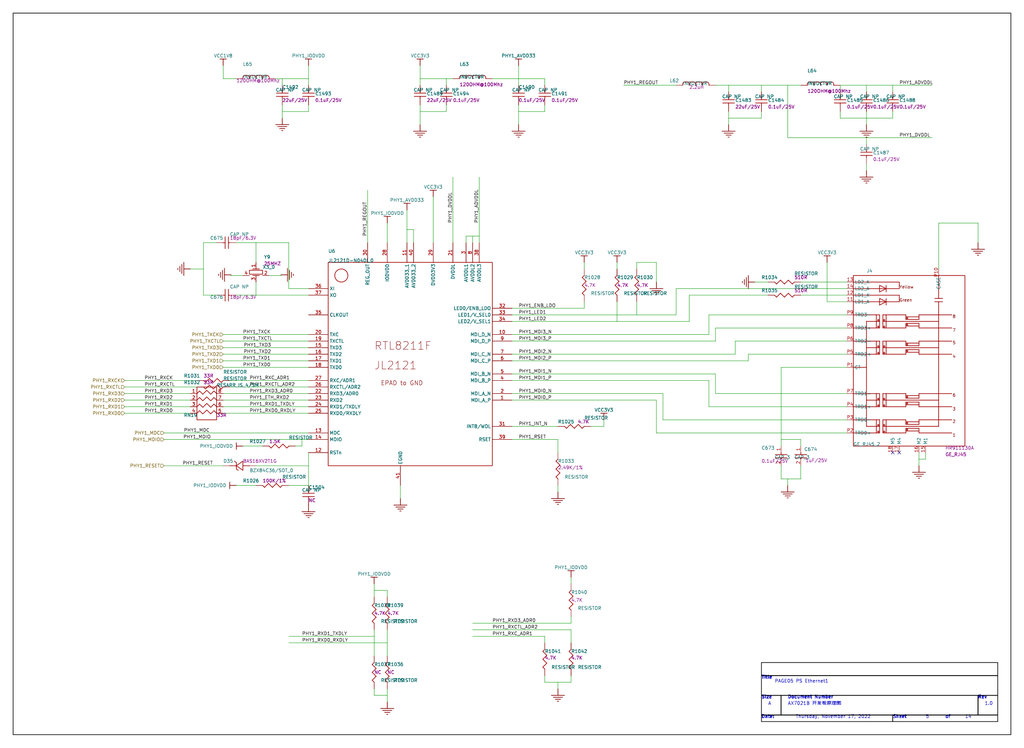
<source format=kicad_sch>
(kicad_sch (version 20231120) (generator "eeschema") (generator_version "8.0")
  (paper "User" 396.24 289.56)
  (title_block (title "PAGE05 PS Ethernet1"))
  (no_connect (at 347.98 175.26))
  (no_connect (at 345.44 175.26))
  (wire (pts (xy 254 101.6) (xy 246.38 101.6)))
  (wire (pts (xy 157.48 93.98) (xy 157.48 88.9)))
  (wire (pts (xy 86.36 160.02) (xy 119.38 160.02)))
  (wire (pts (xy 215.9 190.5) (xy 215.9 187.96)))
  (wire (pts (xy 119.38 175.26) (xy 119.38 180.34)))
  (wire (pts (xy 220.98 264.16) (xy 215.9 264.16)))
  (wire (pts (xy 210.82 30.48) (xy 200.66 30.48)))
  (wire (pts (xy 335.28 45.72) (xy 345.44 45.72)))
  (wire (pts (xy 198.12 137.16) (xy 284.48 137.16)))
  (wire (pts (xy 327.66 116.84) (xy 320.04 116.84)))
  (wire (pts (xy 363.22 86.36) (xy 378.46 86.36)))
  (wire (pts (xy 162.56 43.18) (xy 172.72 43.18)))
  (wire (pts (xy 116.84 172.72) (xy 116.84 170.18)))
  (wire (pts (xy 88.9 147.32) (xy 119.38 147.32)))
  (wire (pts (xy 162.56 30.48) (xy 162.56 25.4)))
  (wire (pts (xy 119.38 30.48) (xy 119.38 33.02)))
  (wire (pts (xy 200.66 48.26) (xy 200.66 43.18)))
  (wire (pts (xy 327.66 114.3) (xy 309.88 114.3)))
  (wire (pts (xy 111.76 246.38) (xy 144.78 246.38)))
  (wire (pts (xy 167.64 93.98) (xy 167.64 76.2)))
  (wire (pts (xy 86.36 132.08) (xy 119.38 132.08)))
  (wire (pts (xy 238.76 116.84) (xy 238.76 124.46)))
  (wire (pts (xy 200.66 30.48) (xy 190.5 30.48)))
  (wire (pts (xy 198.12 147.32) (xy 274.32 147.32)))
  (wire (pts (xy 200.66 30.48) (xy 200.66 25.4)))
  (wire (pts (xy 198.12 152.4) (xy 256.54 152.4)))
  (wire (pts (xy 83.82 93.98) (xy 78.74 93.98)))
  (wire (pts (xy 106.68 30.48) (xy 109.22 30.48)))
  (wire (pts (xy 175.26 68.58) (xy 175.26 93.98)))
  (wire (pts (xy 119.38 43.18) (xy 109.22 43.18)))
  (wire (pts (xy 149.86 269.24) (xy 149.86 266.7)))
  (wire (pts (xy 119.38 180.34) (xy 99.06 180.34)))
  (wire (pts (xy 215.9 175.26) (xy 215.9 170.18)))
  (wire (pts (xy 302.26 185.42) (xy 302.26 180.34)))
  (wire (pts (xy 182.88 91.44) (xy 180.34 91.44)))
  (wire (pts (xy 200.66 33.02) (xy 200.66 30.48)))
  (wire (pts (xy 157.48 88.9) (xy 157.48 81.28)))
  (wire (pts (xy 99.06 187.96) (xy 91.44 187.96)))
  (wire (pts (xy 284.48 132.08) (xy 327.66 132.08)))
  (wire (pts (xy 335.28 53.34) (xy 304.8 53.34)))
  (wire (pts (xy 48.26 160.02) (xy 73.66 160.02)))
  (wire (pts (xy 154.94 193.04) (xy 154.94 187.96)))
  (wire (pts (xy 111.76 93.98) (xy 99.06 93.98)))
  (wire (pts (xy 256.54 162.56) (xy 327.66 162.56)))
  (wire (pts (xy 276.86 132.08) (xy 276.86 127)))
  (wire (pts (xy 363.22 104.14) (xy 363.22 86.36)))
  (wire (pts (xy 309.88 185.42) (xy 304.8 185.42)))
  (wire (pts (xy 198.12 165.1) (xy 215.9 165.1)))
  (wire (pts (xy 104.14 106.68) (xy 108.712 106.68)))
  (wire (pts (xy 345.44 35.56) (xy 345.44 33.02)))
  (wire (pts (xy 48.26 149.86) (xy 76.2 149.86)))
  (wire (pts (xy 256.54 152.4) (xy 256.54 162.56)))
  (wire (pts (xy 88.9 149.86) (xy 119.38 149.86)))
  (wire (pts (xy 276.86 144.78) (xy 276.86 152.4)))
  (wire (pts (xy 198.12 170.18) (xy 215.9 170.18)))
  (wire (pts (xy 226.06 104.14) (xy 226.06 101.6)))
  (wire (pts (xy 119.38 180.34) (xy 119.38 187.96)))
  (wire (pts (xy 261.62 111.76) (xy 327.66 111.76)))
  (wire (pts (xy 182.88 93.98) (xy 182.88 91.44)))
  (wire (pts (xy 182.88 246.38) (xy 210.82 246.38)))
  (wire (pts (xy 345.44 33.02) (xy 360.68 33.02)))
  (wire (pts (xy 144.78 269.24) (xy 149.86 269.24)))
  (wire (pts (xy 358.14 177.8) (xy 358.14 175.26)))
  (wire (pts (xy 294.64 35.56) (xy 294.64 33.02)))
  (wire (pts (xy 274.32 157.48) (xy 327.66 157.48)))
  (wire (pts (xy 284.48 137.16) (xy 284.48 132.08)))
  (wire (pts (xy 246.38 121.92) (xy 261.62 121.92)))
  (wire (pts (xy 86.36 157.48) (xy 119.38 157.48)))
  (wire (pts (xy 86.36 134.62) (xy 119.38 134.62)))
  (wire (pts (xy 302.26 142.24) (xy 327.66 142.24)))
  (wire (pts (xy 302.26 172.72) (xy 302.26 170.18)))
  (wire (pts (xy 63.5 180.34) (xy 86.36 180.34)))
  (wire (pts (xy 320.04 116.84) (xy 320.04 101.6)))
  (wire (pts (xy 99.06 93.98) (xy 99.06 101.6)))
  (wire (pts (xy 48.26 147.32) (xy 76.2 147.32)))
  (wire (pts (xy 180.34 91.44) (xy 180.34 93.98)))
  (wire (pts (xy 78.74 114.3) (xy 78.74 104.14)))
  (wire (pts (xy 355.6 180.34) (xy 355.6 177.8)))
  (wire (pts (xy 325.12 43.18) (xy 325.12 45.72)))
  (wire (pts (xy 289.56 137.16) (xy 327.66 137.16)))
  (wire (pts (xy 304.8 185.42) (xy 302.26 185.42)))
  (wire (pts (xy 101.6 172.72) (xy 93.98 172.72)))
  (wire (pts (xy 172.72 43.18) (xy 172.72 40.64)))
  (wire (pts (xy 185.42 68.58) (xy 185.42 91.44)))
  (wire (pts (xy 149.86 228.6) (xy 144.78 228.6)))
  (wire (pts (xy 246.38 101.6) (xy 246.38 104.14)))
  (wire (pts (xy 119.38 30.48) (xy 119.38 25.4)))
  (wire (pts (xy 335.28 33.02) (xy 325.12 33.02)))
  (wire (pts (xy 309.88 170.18) (xy 302.26 170.18)))
  (wire (pts (xy 108.712 106.68) (xy 108.712 106.426)))
  (wire (pts (xy 162.56 30.48) (xy 172.72 30.48)))
  (wire (pts (xy 294.64 33.02) (xy 281.94 33.02)))
  (wire (pts (xy 309.88 33.02) (xy 304.8 33.02)))
  (wire (pts (xy 198.12 144.78) (xy 276.86 144.78)))
  (wire (pts (xy 254 167.64) (xy 254 154.94)))
  (wire (pts (xy 160.02 88.9) (xy 157.48 88.9)))
  (wire (pts (xy 274.32 129.54) (xy 274.32 121.92)))
  (wire (pts (xy 327.66 167.64) (xy 254 167.64)))
  (wire (pts (xy 215.9 266.7) (xy 215.9 264.16)))
  (wire (pts (xy 302.26 170.18) (xy 302.26 142.24)))
  (wire (pts (xy 144.78 228.6) (xy 144.78 226.06)))
  (wire (pts (xy 99.06 114.3) (xy 91.44 114.3)))
  (wire (pts (xy 86.36 30.48) (xy 86.36 25.4)))
  (wire (pts (xy 274.32 147.32) (xy 274.32 157.48)))
  (wire (pts (xy 198.12 154.94) (xy 254 154.94)))
  (wire (pts (xy 63.5 170.18) (xy 116.84 170.18)))
  (wire (pts (xy 198.12 124.46) (xy 238.76 124.46)))
  (wire (pts (xy 304.8 187.96) (xy 304.8 185.42)))
  (wire (pts (xy 297.18 109.22) (xy 292.1 109.22)))
  (wire (pts (xy 86.36 154.94) (xy 119.38 154.94)))
  (wire (pts (xy 111.76 111.76) (xy 111.76 93.98)))
  (wire (pts (xy 345.44 45.72) (xy 345.44 43.18)))
  (wire (pts (xy 281.94 35.56) (xy 281.94 33.02)))
  (wire (pts (xy 345.44 33.02) (xy 335.28 33.02)))
  (wire (pts (xy 144.78 246.38) (xy 144.78 243.84)))
  (wire (pts (xy 114.3 172.72) (xy 116.84 172.72)))
  (wire (pts (xy 78.74 93.98) (xy 78.74 104.14)))
  (wire (pts (xy 144.78 254) (xy 144.78 246.38)))
  (wire (pts (xy 93.98 106.68) (xy 89.408 106.68)))
  (wire (pts (xy 48.26 157.48) (xy 73.66 157.48)))
  (wire (pts (xy 355.6 177.8) (xy 358.14 177.8)))
  (wire (pts (xy 276.86 152.4) (xy 327.66 152.4)))
  (wire (pts (xy 246.38 116.84) (xy 246.38 121.92)))
  (wire (pts (xy 220.98 226.06) (xy 220.98 223.52)))
  (wire (pts (xy 160.02 93.98) (xy 160.02 88.9)))
  (wire (pts (xy 289.56 139.7) (xy 289.56 137.16)))
  (wire (pts (xy 111.76 248.92) (xy 149.86 248.92)))
  (wire (pts (xy 198.12 119.38) (xy 226.06 119.38)))
  (wire (pts (xy 119.38 40.64) (xy 119.38 43.18)))
  (wire (pts (xy 109.22 30.48) (xy 119.38 30.48)))
  (wire (pts (xy 99.06 114.3) (xy 99.06 109.22)))
  (wire (pts (xy 144.78 266.7) (xy 144.78 269.24)))
  (wire (pts (xy 86.36 139.7) (xy 119.38 139.7)))
  (wire (pts (xy 335.28 48.26) (xy 335.28 45.72)))
  (wire (pts (xy 144.78 231.14) (xy 144.78 228.6)))
  (wire (pts (xy 309.88 180.34) (xy 309.88 185.42)))
  (wire (pts (xy 198.12 129.54) (xy 274.32 129.54)))
  (wire (pts (xy 149.86 231.14) (xy 149.86 228.6)))
  (wire (pts (xy 109.22 43.18) (xy 109.22 40.64)))
  (wire (pts (xy 325.12 45.72) (xy 335.28 45.72)))
  (wire (pts (xy 119.38 187.96) (xy 111.76 187.96)))
  (wire (pts (xy 109.22 33.02) (xy 109.22 30.48)))
  (wire (pts (xy 198.12 132.08) (xy 276.86 132.08)))
  (wire (pts (xy 149.86 93.98) (xy 149.86 86.36)))
  (wire (pts (xy 261.62 33.02) (xy 241.3 33.02)))
  (wire (pts (xy 233.68 165.1) (xy 233.68 162.56)))
  (wire (pts (xy 200.66 43.18) (xy 210.82 43.18)))
  (wire (pts (xy 162.56 40.64) (xy 162.56 43.18)))
  (wire (pts (xy 149.86 271.78) (xy 149.86 269.24)))
  (wire (pts (xy 220.98 248.92) (xy 220.98 243.84)))
  (wire (pts (xy 182.88 241.3) (xy 220.98 241.3)))
  (wire (pts (xy 294.64 43.18) (xy 294.64 45.72)))
  (wire (pts (xy 63.5 167.64) (xy 119.38 167.64)))
  (wire (pts (xy 294.64 45.72) (xy 281.94 45.72)))
  (wire (pts (xy 210.82 33.02) (xy 210.82 30.48)))
  (wire (pts (xy 162.56 33.02) (xy 162.56 30.48)))
  (wire (pts (xy 254 109.22) (xy 254 101.6)))
  (wire (pts (xy 86.36 142.24) (xy 119.38 142.24)))
  (wire (pts (xy 335.28 33.02) (xy 335.28 35.56)))
  (wire (pts (xy 238.76 124.46) (xy 266.7 124.46)))
  (wire (pts (xy 83.82 114.3) (xy 78.74 114.3)))
  (wire (pts (xy 261.62 121.92) (xy 261.62 111.76)))
  (wire (pts (xy 86.36 152.4) (xy 119.38 152.4)))
  (wire (pts (xy 228.6 165.1) (xy 233.68 165.1)))
  (wire (pts (xy 162.56 43.18) (xy 162.56 48.26)))
  (wire (pts (xy 198.12 139.7) (xy 289.56 139.7)))
  (wire (pts (xy 86.36 137.16) (xy 119.38 137.16)))
  (wire (pts (xy 210.82 248.92) (xy 210.82 246.38)))
  (wire (pts (xy 226.06 119.38) (xy 226.06 116.84)))
  (wire (pts (xy 309.88 172.72) (xy 309.88 170.18)))
  (wire (pts (xy 220.98 261.62) (xy 220.98 264.16)))
  (wire (pts (xy 91.44 30.48) (xy 86.36 30.48)))
  (wire (pts (xy 78.74 104.14) (xy 73.66 104.14)))
  (wire (pts (xy 116.84 170.18) (xy 119.38 170.18)))
  (wire (pts (xy 266.7 124.46) (xy 266.7 114.3)))
  (wire (pts (xy 149.86 254) (xy 149.86 248.92)))
  (wire (pts (xy 335.28 66.04) (xy 335.28 63.5)))
  (wire (pts (xy 119.38 111.76) (xy 111.76 111.76)))
  (wire (pts (xy 215.9 264.16) (xy 210.82 264.16)))
  (wire (pts (xy 89.408 106.68) (xy 89.408 106.426)))
  (wire (pts (xy 276.86 127) (xy 327.66 127)))
  (wire (pts (xy 378.46 86.36) (xy 378.46 93.98)))
  (wire (pts (xy 281.94 33.02) (xy 276.86 33.02)))
  (wire (pts (xy 48.26 154.94) (xy 73.66 154.94)))
  (wire (pts (xy 327.66 109.22) (xy 309.88 109.22)))
  (wire (pts (xy 142.24 73.66) (xy 142.24 93.98)))
  (wire (pts (xy 355.6 177.8) (xy 355.6 175.26)))
  (wire (pts (xy 238.76 104.14) (xy 238.76 101.6)))
  (wire (pts (xy 335.28 45.72) (xy 335.28 43.18)))
  (wire (pts (xy 304.8 53.34) (xy 304.8 33.02)))
  (wire (pts (xy 185.42 91.44) (xy 182.88 91.44)))
  (wire (pts (xy 48.26 152.4) (xy 73.66 152.4)))
  (wire (pts (xy 274.32 121.92) (xy 327.66 121.92)))
  (wire (pts (xy 172.72 30.48) (xy 175.26 30.48)))
  (wire (pts (xy 335.28 53.34) (xy 360.68 53.34)))
  (wire (pts (xy 325.12 35.56) (xy 325.12 33.02)))
  (wire (pts (xy 266.7 114.3) (xy 297.18 114.3)))
  (wire (pts (xy 172.72 30.48) (xy 172.72 33.02)))
  (wire (pts (xy 210.82 264.16) (xy 210.82 261.62)))
  (wire (pts (xy 335.28 55.88) (xy 335.28 53.34)))
  (wire (pts (xy 200.66 43.18) (xy 200.66 40.64)))
  (wire (pts (xy 198.12 121.92) (xy 246.38 121.92)))
  (wire (pts (xy 99.06 93.98) (xy 91.44 93.98)))
  (wire (pts (xy 185.42 93.98) (xy 185.42 91.44)))
  (wire (pts (xy 210.82 43.18) (xy 210.82 40.64)))
  (wire (pts (xy 281.94 48.26) (xy 281.94 45.72)))
  (wire (pts (xy 281.94 45.72) (xy 281.94 43.18)))
  (wire (pts (xy 86.36 129.54) (xy 119.38 129.54)))
  (wire (pts (xy 182.88 243.84) (xy 220.98 243.84)))
  (wire (pts (xy 220.98 238.76) (xy 220.98 241.3)))
  (wire (pts (xy 109.22 45.72) (xy 109.22 43.18)))
  (wire (pts (xy 149.86 248.92) (xy 149.86 243.84)))
  (wire (pts (xy 304.8 33.02) (xy 294.64 33.02)))
  (wire (pts (xy 119.38 114.3) (xy 99.06 114.3)))
  (rectangle (start 378.46 269.24) (end 302.26 276.86) (stroke (width 0.254) (color 0 0 0 1)))
  (rectangle (start 386.08 269.24) (end 378.46 276.86) (stroke (width 0.254) (color 0 0 0 1)))
  (rectangle (start 345.44 276.86) (end 294.64 279.4) (stroke (width 0.254) (color 0 0 0 1)))
  (rectangle (start 386.08 256.54) (end 294.64 261.62) (stroke (width 0.254) (color 0 0 0 1)))
  (rectangle (start 386.08 261.62) (end 294.64 269.24) (stroke (width 0.254) (color 0 0 0 1)))
  (rectangle (start 391.16 5.08) (end 5.08 284.48) (stroke (width 0.254) (color 0 0 0 1)))
  (rectangle (start 386.08 276.86) (end 345.44 279.4) (stroke (width 0.254) (color 0 0 0 1)))
  (rectangle (start 302.26 269.24) (end 294.64 276.86) (stroke (width 0.254) (color 0 0 0 1)))
  (text "Document Number" (at 304.8 269.24 0) (effects (font (size 1.27 1.27)) (justify left top)))
  (text "Date:" (at 294.64 276.86 0) (effects (font (size 1.27 1.27)) (justify left top)))
  (text "5" (at 358.14 276.86 0) (effects (font (size 1.27 1.27)) (justify left top)))
  (text "Size" (at 294.64 269.24 0) (effects (font (size 1.27 1.27)) (justify left top)))
  (text "Rev" (at 378.46 269.24 0) (effects (font (size 1.27 1.27)) (justify left top)))
  (text "of" (at 365.76 276.86 0) (effects (font (size 1.27 1.27)) (justify left top)))
  (text "Size" (at 294.64 269.24 0) (effects (font (size 1.27 1.27)) (justify left top)))
  (text "AX7021B 开发板原理图" (at 304.8 271.78 0) (effects (font (size 1.27 1.27)) (justify left top)))
  (text "Rev" (at 378.46 269.24 0) (effects (font (size 1.27 1.27)) (justify left top)))
  (text "Sheet" (at 345.44 276.86 0) (effects (font (size 1.27 1.27)) (justify left top)))
  (text "Rev" (at 378.46 269.24 0) (effects (font (size 1.27 1.27)) (justify left top)))
  (text "1.0" (at 381 271.78 0) (effects (font (size 1.27 1.27)) (justify left top)))
  (text "Sheet" (at 345.44 276.86 0) (effects (font (size 1.27 1.27)) (justify left top)))
  (text "Size" (at 294.64 269.24 0) (effects (font (size 1.27 1.27)) (justify left top)))
  (text "Title" (at 294.64 261.62 0) (effects (font (size 1.27 1.27)) (justify left top)))
  (text "Size" (at 294.64 269.24 0) (effects (font (size 1.27 1.27)) (justify left top)))
  (text "of" (at 365.76 276.86 0) (effects (font (size 1.27 1.27)) (justify left top)))
  (text "Title" (at 294.64 261.62 0) (effects (font (size 1.27 1.27)) (justify left top)))
  (text "Document Number" (at 304.8 269.24 0) (effects (font (size 1.27 1.27)) (justify left top)))
  (text "Document Number" (at 304.8 269.24 0) (effects (font (size 1.27 1.27)) (justify left top)))
  (text "Document Number" (at 304.8 269.24 0) (effects (font (size 1.27 1.27)) (justify left top)))
  (text "Rev" (at 378.46 269.24 0) (effects (font (size 1.27 1.27)) (justify left top)))
  (text "Size" (at 294.64 269.24 0) (effects (font (size 1.27 1.27)) (justify left top)))
  (text "Date:" (at 294.64 276.86 0) (effects (font (size 1.27 1.27)) (justify left top)))
  (text "Date:" (at 294.64 276.86 0) (effects (font (size 1.27 1.27)) (justify left top)))
  (text "Title" (at 294.64 261.62 0) (effects (font (size 1.27 1.27)) (justify left top)))
  (text "Document Number" (at 304.8 269.24 0) (effects (font (size 1.27 1.27)) (justify left top)))
  (text "Sheet" (at 345.44 276.86 0) (effects (font (size 1.27 1.27)) (justify left top)))
  (text "Date:" (at 294.64 276.86 0) (effects (font (size 1.27 1.27)) (justify left top)))
  (text "Title" (at 294.64 261.62 0) (effects (font (size 1.27 1.27)) (justify left top)))
  (text "14" (at 373.38 276.86 0) (effects (font (size 1.27 1.27)) (justify left top)))
  (text "Rev" (at 378.46 269.24 0) (effects (font (size 1.27 1.27)) (justify left top)))
  (text "A" (at 297.18 271.78 0) (effects (font (size 1.27 1.27)) (justify left top)))
  (text "of" (at 365.76 276.86 0) (effects (font (size 1.27 1.27)) (justify left top)))
  (text "Sheet" (at 345.44 276.86 0) (effects (font (size 1.27 1.27)) (justify left top)))
  (text "Sheet" (at 345.44 276.86 0) (effects (font (size 1.27 1.27)) (justify left top)))
  (text "of" (at 365.76 276.86 0) (effects (font (size 1.27 1.27)) (justify left top)))
  (text "of" (at 365.76 276.86 0) (effects (font (size 1.27 1.27)) (justify left top)))
  (text "PAGE05 PS Ethernet1" (at 299.72 263.144 0) (effects (font (size 1.27 1.27)) (justify left top)))
  (text "Thursday, November 17, 2022" (at 307.848 276.86 0) (effects (font (size 1.27 1.27)) (justify left top)))
  (text "Title" (at 294.64 261.62 0) (effects (font (size 1.27 1.27)) (justify left top)))
  (text "Date:" (at 294.64 276.86 0) (effects (font (size 1.27 1.27)) (justify left top)))
  (label "PHY1_MDI0_N" (at 200.66 152.4 0))
  (label "PHY1_RXD3" (at 55.88 152.4 0))
  (label "PHY1_RXD3_ADR0" (at 190.5 241.3 0))
  (label "PHY1_RXD0" (at 55.88 160.02 0))
  (label "PHY1_TXCTL" (at 93.98 132.08 0))
  (label "PHY1_RXD1_TXDLY" (at 116.84 246.38 0))
  (label "PHY1_INT_N" (at 200.66 165.1 0))
  (label "PHY1_ADVDDL" (at 347.98 33.02 0))
  (label "PHY1_ENB_LDO" (at 200.66 119.38 0))
  (label "PHY1_RXC_ADR1" (at 190.5 246.38 0))
  (label "PHY1_LED2" (at 200.66 124.46 0))
  (label "PHY1_RESET" (at 70.612 180.34 0))
  (label "PHY1_ETH_RXD2" (at 96.52 154.94 0))
  (label "PHY1_TXD0" (at 93.98 142.24 0))
  (label "PHY1_RXD0_RXDLY" (at 116.84 248.92 0))
  (label "PHY1_REGOUT" (at 142.24 91.44 90))
  (label "PHY1_MDI3_P" (at 200.66 132.08 0))
  (label "PHY1_LED1" (at 200.66 121.92 0))
  (label "PHY1_MDI2_P" (at 200.66 139.7 0))
  (label "PHY1_TXD3" (at 94.234 134.62 0))
  (label "PHY1_RXCTL_ADR2" (at 190.5 243.84 0))
  (label "PHY1_RXCTL" (at 55.88 149.86 0))
  (label "PHY1_MDI2_N" (at 200.66 137.16 0))
  (label "PHY1_RXC_ADR1" (at 96.52 147.32 0))
  (label "PHY1_DVDDL" (at 175.26 86.36 90))
  (label "PHY1_TXD1" (at 93.98 139.7 0))
  (label "PHY1_MDI1_N" (at 200.66 144.78 0))
  (label "PHY1_RXD3_ADR0" (at 96.52 152.4 0))
  (label "PHY1_MDI3_N" (at 200.66 129.54 0))
  (label "PHY1_MDI1_P" (at 200.66 147.32 0))
  (label "PHY1_ADVDDL" (at 185.42 86.36 90))
  (label "PHY1_TXD2" (at 94.234 137.16 0))
  (label "PHY1_MDC" (at 71.12 167.64 0))
  (label "PHY1_RXD1" (at 55.88 157.48 0))
  (label "PHY1_MDIO" (at 70.866 170.18 0))
  (label "PHY1_RXCK" (at 55.88 147.32 0))
  (label "PHY1_RXD0_RXDLY" (at 96.52 160.02 0))
  (label "PHY1_RXD1_TXDLY" (at 96.52 157.48 0))
  (label "PHY1_RXD2" (at 55.88 154.94 0))
  (label "PHY1_DVDDL" (at 347.98 53.34 0))
  (label "PHY1_MDI0_P" (at 200.66 154.94 0))
  (label "PHY1_REGOUT" (at 241.3 33.02 0))
  (label "PHY1_RXCTL_ADR2" (at 96.52 149.86 0))
  (label "PHY1_RSET" (at 200.66 170.18 0))
  (label "PHY1_TXCK" (at 93.98 129.54 0))
  (hierarchical_label "PHY1_TXCK" (shape input) (at 86.36 129.54 180))
  (hierarchical_label "PHY1_RXCK" (shape input) (at 48.26 147.32 180))
  (hierarchical_label "PHY1_TXD2" (shape input) (at 86.36 137.16 180))
  (hierarchical_label "PHY1_TXD1" (shape input) (at 86.36 139.7 180))
  (hierarchical_label "PHY1_RXD2" (shape input) (at 48.26 154.94 180))
  (hierarchical_label "PHY1_TXCTL" (shape input) (at 86.36 132.08 180))
  (hierarchical_label "PHY1_RXCTL" (shape input) (at 48.26 149.86 180))
  (hierarchical_label "PHY1_RESET" (shape input) (at 63.5 180.34 180))
  (hierarchical_label "PHY1_RXD0" (shape input) (at 48.26 160.02 180))
  (hierarchical_label "PHY1_MDC" (shape input) (at 63.5 167.64 180))
  (hierarchical_label "PHY1_MDIO" (shape input) (at 63.5 170.18 180))
  (hierarchical_label "PHY1_RXD1" (shape input) (at 48.26 157.48 180))
  (hierarchical_label "PHY1_TXD0" (shape input) (at 86.36 142.24 180))
  (hierarchical_label "PHY1_TXD3" (shape input) (at 86.36 134.62 180))
  (hierarchical_label "PHY1_RXD3" (shape input) (at 48.26 152.4 180))
  (symbol (lib_id "proj1-altium-import:root_2_RESISTOR") (at 218.44 185.42 0) (unit 1)
    (property "Reference" "R1033" (at 215.9 177.8 0) (effects (justify left top)))
    (property "Value" "RESISTOR" (at 218.44 185.42 0) (effects (justify left bottom)))
    (property "SYMBOL" "RESISTOR" (effects (hide yes)))
    (property "DEVICE" "RESISTOR" (effects (hide yes)))
    (property "PCB FOOTPRINT" "R0402" (effects (hide yes)))
    (property "SOURCE PACKAGE" "RESISTOR" (effects (hide yes)))
    (property "PRIMITIVE" "DEFAULT" (effects (hide yes)))
    (property "VA" "电阻" (effects (hide yes)))
    (property "ALTIUM_VALUE" "2.49K/1%" (at 215.9 180.34 0) (effects (justify left top)))
    (property "IMPLEMENTATION TYPE" "<none>" (effects (hide yes)))
    (property "POWER PINS VISIBLE" "False" (effects (hide yes)))
    (property "ADD INTO BOM" "yes" (effects (hide yes)))
    (property "CONVERT TO PCB" "yes" (effects (hide yes)))
    (property "ORIGIN FOOTPRINT" "R0402" (effects (hide yes)))
  )
  (symbol (lib_id "proj1-altium-import:VCC3V3_BAR") (at 238.76 101.6 180) (unit 1)
    (property "Reference" "#PWR?" (effects (hide yes)))
    (property "Value" "VCC3V3" (at 238.76 97.79 0))
  )
  (symbol (lib_id "proj1-altium-import:root_3_RESISTOR") (at 226.06 162.56 0) (unit 1)
    (property "Reference" "R1025" (at 215.9 162.56 0) (effects (justify left top)))
    (property "Value" "RESISTOR" (at 226.06 162.56 0) (effects (justify left bottom)))
    (property "SYMBOL" "RESISTOR" (effects (hide yes)))
    (property "DEVICE" "RESISTOR" (effects (hide yes)))
    (property "PCB FOOTPRINT" "R0402" (effects (hide yes)))
    (property "SOURCE PACKAGE" "RESISTOR" (effects (hide yes)))
    (property "PRIMITIVE" "DEFAULT" (effects (hide yes)))
    (property "VA" "电阻" (effects (hide yes)))
    (property "ALTIUM_VALUE" "4.7K" (at 223.52 162.56 0) (effects (justify left top)))
    (property "IMPLEMENTATION TYPE" "<none>" (effects (hide yes)))
    (property "POWER PINS VISIBLE" "False" (effects (hide yes)))
    (property "ADD INTO BOM" "yes" (effects (hide yes)))
    (property "CONVERT TO PCB" "yes" (effects (hide yes)))
    (property "ORIGIN FOOTPRINT" "R0402" (effects (hide yes)))
  )
  (symbol (lib_id "proj1-altium-import:root_2_RESISTOR") (at 147.32 241.3 0) (unit 1)
    (property "Reference" "R1038" (at 144.78 233.68 0) (effects (justify left top)))
    (property "Value" "RESISTOR" (at 147.32 241.3 0) (effects (justify left bottom)))
    (property "SYMBOL" "RESISTOR" (effects (hide yes)))
    (property "DEVICE" "RESISTOR" (effects (hide yes)))
    (property "PCB FOOTPRINT" "R0402" (effects (hide yes)))
    (property "SOURCE PACKAGE" "RESISTOR" (effects (hide yes)))
    (property "PRIMITIVE" "DEFAULT" (effects (hide yes)))
    (property "VA" "电阻" (effects (hide yes)))
    (property "ALTIUM_VALUE" "4.7K" (at 144.78 236.728 0) (effects (justify left top)))
    (property "IMPLEMENTATION TYPE" "<none>" (effects (hide yes)))
    (property "POWER PINS VISIBLE" "False" (effects (hide yes)))
    (property "ADD INTO BOM" "yes" (effects (hide yes)))
    (property "CONVERT TO PCB" "yes" (effects (hide yes)))
    (property "ORIGIN FOOTPRINT" "R0402" (effects (hide yes)))
  )
  (symbol (lib_id "proj1-altium-import:GND_POWER_GROUND") (at 335.28 48.26 0) (unit 1)
    (property "Reference" "#PWR?" (effects (hide yes)))
    (property "Value" "GND" (effects (hide yes)))
  )
  (symbol (lib_id "proj1-altium-import:GND_POWER_GROUND") (at 119.38 195.58 0) (unit 1)
    (property "Reference" "#PWR?" (effects (hide yes)))
    (property "Value" "GND" (effects (hide yes)))
  )
  (symbol (lib_id "proj1-altium-import:root_2_RESISTOR") (at 152.4 241.3 0) (unit 1)
    (property "Reference" "R1039" (at 149.86 233.68 0) (effects (justify left top)))
    (property "Value" "RESISTOR" (at 152.4 241.3 0) (effects (justify left bottom)))
    (property "SYMBOL" "RESISTOR" (effects (hide yes)))
    (property "DEVICE" "RESISTOR" (effects (hide yes)))
    (property "PCB FOOTPRINT" "R0402" (effects (hide yes)))
    (property "SOURCE PACKAGE" "RESISTOR" (effects (hide yes)))
    (property "PRIMITIVE" "DEFAULT" (effects (hide yes)))
    (property "VA" "电阻" (effects (hide yes)))
    (property "ALTIUM_VALUE" "4.7K" (at 149.86 236.728 0) (effects (justify left top)))
    (property "IMPLEMENTATION TYPE" "<none>" (effects (hide yes)))
    (property "POWER PINS VISIBLE" "False" (effects (hide yes)))
    (property "ADD INTO BOM" "yes" (effects (hide yes)))
    (property "CONVERT TO PCB" "yes" (effects (hide yes)))
    (property "ORIGIN FOOTPRINT" "R0402" (effects (hide yes)))
  )
  (symbol (lib_id "proj1-altium-import:root_3_CAP NP") (at 88.9 91.44 0) (unit 1)
    (property "Reference" "C675" (at 81.28 91.44 0) (effects (justify left top)))
    (property "Value" "CAP NP" (at 88.9 91.44 0) (effects (justify left bottom)))
    (property "SYMBOL" "CAP NP" (effects (hide yes)))
    (property "DEVICE" "CAP NP" (effects (hide yes)))
    (property "PCB FOOTPRINT" "C0402" (effects (hide yes)))
    (property "SOURCE PACKAGE" "CAP NP" (effects (hide yes)))
    (property "PRIMITIVE" "DEFAULT" (effects (hide yes)))
    (property "VA" "电容" (effects (hide yes)))
    (property "ALTIUM_VALUE" "18pF/6.3V" (at 88.9 91.44 0) (effects (justify left top)))
    (property "IMPLEMENTATION TYPE" "<none>" (effects (hide yes)))
    (property "POWER PINS VISIBLE" "False" (effects (hide yes)))
    (property "ADD INTO BOM" "yes" (effects (hide yes)))
    (property "CONVERT TO PCB" "yes" (effects (hide yes)))
    (property "ORIGIN FOOTPRINT" "C0402" (effects (hide yes)))
  )
  (symbol (lib_id "proj1-altium-import:GND_POWER_GROUND") (at 355.6 180.34 0) (unit 1)
    (property "Reference" "#PWR?" (effects (hide yes)))
    (property "Value" "GND" (effects (hide yes)))
  )
  (symbol (lib_id "proj1-altium-import:root_2_RESISTOR") (at 213.36 259.08 0) (unit 1)
    (property "Reference" "R1041" (at 210.82 251.46 0) (effects (justify left top)))
    (property "Value" "RESISTOR" (at 213.36 259.08 0) (effects (justify left bottom)))
    (property "SYMBOL" "RESISTOR" (effects (hide yes)))
    (property "DEVICE" "RESISTOR" (effects (hide yes)))
    (property "PCB FOOTPRINT" "R0402" (effects (hide yes)))
    (property "SOURCE PACKAGE" "RESISTOR" (effects (hide yes)))
    (property "PRIMITIVE" "DEFAULT" (effects (hide yes)))
    (property "VA" "电阻" (effects (hide yes)))
    (property "ALTIUM_VALUE" "4.7K" (at 210.82 254 0) (effects (justify left top)))
    (property "IMPLEMENTATION TYPE" "<none>" (effects (hide yes)))
    (property "POWER PINS VISIBLE" "False" (effects (hide yes)))
    (property "ADD INTO BOM" "yes" (effects (hide yes)))
    (property "CONVERT TO PCB" "yes" (effects (hide yes)))
    (property "ORIGIN FOOTPRINT" "R0402" (effects (hide yes)))
  )
  (symbol (lib_id "proj1-altium-import:root_0_CAP NP") (at 332.74 58.42 0) (unit 1)
    (property "Reference" "C1487" (at 337.82 58.42 0) (effects (justify left top)))
    (property "Value" "CAP NP" (at 332.74 58.42 0) (effects (justify left bottom)))
    (property "SYMBOL" "CAP NP" (effects (hide yes)))
    (property "DEVICE" "CAP NP" (effects (hide yes)))
    (property "PCB FOOTPRINT" "C0402" (effects (hide yes)))
    (property "SOURCE PACKAGE" "CAP NP" (effects (hide yes)))
    (property "PRIMITIVE" "DEFAULT" (effects (hide yes)))
    (property "VA" "电容" (effects (hide yes)))
    (property "ALTIUM_VALUE" "0.1uF/25V" (at 337.82 60.96 0) (effects (justify left top)))
    (property "IMPLEMENTATION TYPE" "<none>" (effects (hide yes)))
    (property "POWER PINS VISIBLE" "False" (effects (hide yes)))
    (property "ADD INTO BOM" "yes" (effects (hide yes)))
    (property "CONVERT TO PCB" "yes" (effects (hide yes)))
    (property "ORIGIN FOOTPRINT" "C0402" (effects (hide yes)))
  )
  (symbol (lib_id "proj1-altium-import:PHY1_IODVDD_BAR") (at 149.86 86.36 180) (unit 1)
    (property "Reference" "#PWR?" (effects (hide yes)))
    (property "Value" "PHY1_IODVDD" (at 149.86 82.55 0))
  )
  (symbol (lib_id "proj1-altium-import:PHY1_AVDD33_BAR") (at 157.48 81.28 180) (unit 1)
    (property "Reference" "#PWR?" (effects (hide yes)))
    (property "Value" "PHY1_AVDD33" (at 157.48 77.47 0))
  )
  (symbol (lib_id "proj1-altium-import:root_2_RESISTOR") (at 248.92 114.3 0) (unit 1)
    (property "Reference" "R1030" (at 246.38 106.68 0) (effects (justify left top)))
    (property "Value" "RESISTOR" (at 248.92 114.3 0) (effects (justify left bottom)))
    (property "SYMBOL" "RESISTOR" (effects (hide yes)))
    (property "DEVICE" "RESISTOR" (effects (hide yes)))
    (property "PCB FOOTPRINT" "R0402" (effects (hide yes)))
    (property "SOURCE PACKAGE" "RESISTOR" (effects (hide yes)))
    (property "PRIMITIVE" "DEFAULT" (effects (hide yes)))
    (property "VA" "电阻" (effects (hide yes)))
    (property "ALTIUM_VALUE" "4.7K" (at 246.38 109.728 0) (effects (justify left top)))
    (property "IMPLEMENTATION TYPE" "<none>" (effects (hide yes)))
    (property "POWER PINS VISIBLE" "False" (effects (hide yes)))
    (property "ADD INTO BOM" "yes" (effects (hide yes)))
    (property "CONVERT TO PCB" "yes" (effects (hide yes)))
    (property "ORIGIN FOOTPRINT" "R0402" (effects (hide yes)))
  )
  (symbol (lib_id "proj1-altium-import:root_0_CAP NP") (at 332.74 38.1 0) (unit 1)
    (property "Reference" "C1486" (at 337.82 38.1 0) (effects (justify left top)))
    (property "Value" "CAP NP" (at 332.74 38.1 0) (effects (justify left bottom)))
    (property "SYMBOL" "CAP NP" (effects (hide yes)))
    (property "DEVICE" "CAP NP" (effects (hide yes)))
    (property "PCB FOOTPRINT" "C0402" (effects (hide yes)))
    (property "SOURCE PACKAGE" "CAP NP" (effects (hide yes)))
    (property "PRIMITIVE" "DEFAULT" (effects (hide yes)))
    (property "VA" "电容" (effects (hide yes)))
    (property "ALTIUM_VALUE" "0.1uF/25V" (at 337.82 40.64 0) (effects (justify left top)))
    (property "IMPLEMENTATION TYPE" "<none>" (effects (hide yes)))
    (property "POWER PINS VISIBLE" "False" (effects (hide yes)))
    (property "ADD INTO BOM" "yes" (effects (hide yes)))
    (property "CONVERT TO PCB" "yes" (effects (hide yes)))
    (property "ORIGIN FOOTPRINT" "C0402" (effects (hide yes)))
  )
  (symbol (lib_id "proj1-altium-import:VCC3V3_BAR") (at 233.68 162.56 180) (unit 1)
    (property "Reference" "#PWR?" (effects (hide yes)))
    (property "Value" "VCC3V3" (at 233.68 158.75 0))
  )
  (symbol (lib_id "proj1-altium-import:GND_POWER_GROUND") (at 162.56 48.26 0) (unit 1)
    (property "Reference" "#PWR?" (effects (hide yes)))
    (property "Value" "GND" (effects (hide yes)))
  )
  (symbol (lib_id "proj1-altium-import:root_0_CAP NP") (at 292.1 38.1 0) (unit 1)
    (property "Reference" "C1484" (at 297.18 38.1 0) (effects (justify left top)))
    (property "Value" "CAP NP" (at 292.1 38.1 0) (effects (justify left bottom)))
    (property "SYMBOL" "CAP NP" (effects (hide yes)))
    (property "DEVICE" "CAP NP" (effects (hide yes)))
    (property "PCB FOOTPRINT" "C0402" (effects (hide yes)))
    (property "SOURCE PACKAGE" "CAP NP" (effects (hide yes)))
    (property "PRIMITIVE" "DEFAULT" (effects (hide yes)))
    (property "VA" "电容" (effects (hide yes)))
    (property "ALTIUM_VALUE" "0.1uF/25V" (at 297.18 40.64 0) (effects (justify left top)))
    (property "IMPLEMENTATION TYPE" "<none>" (effects (hide yes)))
    (property "POWER PINS VISIBLE" "False" (effects (hide yes)))
    (property "ADD INTO BOM" "yes" (effects (hide yes)))
    (property "CONVERT TO PCB" "yes" (effects (hide yes)))
    (property "ORIGIN FOOTPRINT" "C0402" (effects (hide yes)))
  )
  (symbol (lib_id "proj1-altium-import:GND_POWER_GROUND") (at 200.66 48.26 0) (unit 1)
    (property "Reference" "#PWR?" (effects (hide yes)))
    (property "Value" "GND" (effects (hide yes)))
  )
  (symbol (lib_id "proj1-altium-import:root_1_INDUCTOR") (at 177.8 30.48 0) (unit 1)
    (property "Reference" "L63" (at 177.8 24.13 0) (effects (justify left top)))
    (property "Value" "INDUCTOR" (at 177.8 30.48 0) (effects (justify left bottom)))
    (property "SYMBOL" "INDUCTOR" (effects (hide yes)))
    (property "DEVICE" "INDUCTOR" (effects (hide yes)))
    (property "PCB FOOTPRINT" "L0603" (effects (hide yes)))
    (property "SOURCE PACKAGE" "INDUCTOR" (effects (hide yes)))
    (property "PRIMITIVE" "DEFAULT" (effects (hide yes)))
    (property "VA" "磁珠" (effects (hide yes)))
    (property "ALTIUM_VALUE" "120OHM@100Mhz" (at 177.8 32.004 0) (effects (justify left top)))
    (property "IMPLEMENTATION TYPE" "<none>" (effects (hide yes)))
    (property "POWER PINS VISIBLE" "False" (effects (hide yes)))
    (property "ADD INTO BOM" "yes" (effects (hide yes)))
    (property "CONVERT TO PCB" "yes" (effects (hide yes)))
    (property "ORIGIN FOOTPRINT" "L0603" (effects (hide yes)))
  )
  (symbol (lib_id "proj1-altium-import:GND_POWER_GROUND") (at 215.9 190.5 0) (unit 1)
    (property "Reference" "#PWR?" (effects (hide yes)))
    (property "Value" "GND" (effects (hide yes)))
  )
  (symbol (lib_id "proj1-altium-import:GND_POWER_GROUND") (at 109.22 45.72 0) (unit 1)
    (property "Reference" "#PWR?" (effects (hide yes)))
    (property "Value" "GND" (effects (hide yes)))
  )
  (symbol (lib_id "proj1-altium-import:PHY1_IODVDD_BAR") (at 91.44 187.96 270) (unit 1)
    (property "Reference" "#PWR?" (effects (hide yes)))
    (property "Value" "PHY1_IODVDD" (at 87.63 187.96 90) (effects (justify right)))
  )
  (symbol (lib_id "proj1-altium-import:PHY1_IODVDD_BAR") (at 93.98 172.72 270) (unit 1)
    (property "Reference" "#PWR?" (effects (hide yes)))
    (property "Value" "PHY1_IODVDD" (at 90.17 172.72 90) (effects (justify right)))
  )
  (symbol (lib_id "proj1-altium-import:PHY1_IODVDD_BAR") (at 119.38 25.4 180) (unit 1)
    (property "Reference" "#PWR?" (effects (hide yes)))
    (property "Value" "PHY1_IODVDD" (at 119.38 21.59 0))
  )
  (symbol (lib_id "proj1-altium-import:GND_POWER_GROUND") (at 215.9 266.7 0) (unit 1)
    (property "Reference" "#PWR?" (effects (hide yes)))
    (property "Value" "GND" (effects (hide yes)))
  )
  (symbol (lib_id "proj1-altium-import:GND_POWER_GROUND") (at 254 109.22 0) (unit 1)
    (property "Reference" "#PWR?" (effects (hide yes)))
    (property "Value" "GND" (effects (hide yes)))
  )
  (symbol (lib_id "proj1-altium-import:root_2_RESISTOR") (at 228.6 114.3 0) (unit 1)
    (property "Reference" "R1028" (at 226.06 106.68 0) (effects (justify left top)))
    (property "Value" "RESISTOR" (at 228.6 114.3 0) (effects (justify left bottom)))
    (property "SYMBOL" "RESISTOR" (effects (hide yes)))
    (property "DEVICE" "RESISTOR" (effects (hide yes)))
    (property "PCB FOOTPRINT" "R0402" (effects (hide yes)))
    (property "SOURCE PACKAGE" "RESISTOR" (effects (hide yes)))
    (property "PRIMITIVE" "DEFAULT" (effects (hide yes)))
    (property "VA" "电阻" (effects (hide yes)))
    (property "ALTIUM_VALUE" "4.7K" (at 226.06 109.728 0) (effects (justify left top)))
    (property "IMPLEMENTATION TYPE" "<none>" (effects (hide yes)))
    (property "POWER PINS VISIBLE" "False" (effects (hide yes)))
    (property "ADD INTO BOM" "yes" (effects (hide yes)))
    (property "CONVERT TO PCB" "yes" (effects (hide yes)))
    (property "ORIGIN FOOTPRINT" "R0402" (effects (hide yes)))
  )
  (symbol (lib_id "proj1-altium-import:root_1_CAP_3") (at 307.34 177.8 0) (unit 1)
    (property "Reference" "C674" (at 311.15 173.228 0) (effects (justify left top)))
    (property "Value" "CAP_3" (at 307.34 177.8 0) (effects (justify left bottom)))
    (property "SYMBOL" "CAP_3" (effects (hide yes)))
    (property "DEVICE" "CAP_3" (effects (hide yes)))
    (property "PCB FOOTPRINT" "C0402" (effects (hide yes)))
    (property "SOURCE PACKAGE" "CAP_3" (effects (hide yes)))
    (property "PRIMITIVE" "DEFAULT" (effects (hide yes)))
    (property "VA" "电容" (effects (hide yes)))
    (property "PART NUMBER" "1A30-00W6600" (effects (hide yes)))
    (property "COMPTYPE" "刚玻/%182%q玻" (effects (hide yes)))
    (property "PACKAGE TYPE" "0603" (effects (hide yes)))
    (property "VALUE1" "10V" (effects (hide yes)))
    (property "VALUE2" "X5R" (effects (hide yes)))
    (property "PITCH" "N/A" (effects (hide yes)))
    (property "TOLERANCE" "+-10%" (effects (hide yes)))
    (property "MANUFACTURER'S PART NUMBER" "GRM188R61A105KA61D(RoHS)" (effects (hide yes)))
    (property "MANUFACTURER" "MURATA" (effects (hide yes)))
    (property "AP" "Y" (effects (hide yes)))
    (property "ITEM_PRIORITY" "B" (effects (hide yes)))
    (property "LIFE_CYCLE_FLAG" "4" (effects (hide yes)))
    (property "DFM" "X" (effects (hide yes)))
    (property "PPL_FLAG" "2" (effects (hide yes)))
    (property "PEGATRON_PART_NUMBER" "1A30-00W6600" (effects (hide yes)))
    (property "ORDER_SEQ" "6" (effects (hide yes)))
    (property "FULL_LEAD_TIME" "49" (effects (hide yes)))
    (property "ALTIUM_VALUE" "1uF/25V" (at 311.658 177.546 0) (effects (justify left top)))
    (property "IMPLEMENTATION TYPE" "<none>" (effects (hide yes)))
    (property "POWER PINS VISIBLE" "False" (effects (hide yes)))
    (property "ADD INTO BOM" "yes" (effects (hide yes)))
    (property "CONVERT TO PCB" "yes" (effects (hide yes)))
    (property "ORIGIN FOOTPRINT" "C0402" (effects (hide yes)))
  )
  (symbol (lib_id "proj1-altium-import:root_2_BZX84C36/SOT_0") (at 96.52 182.88 0) (unit 1)
    (property "Reference" "D35" (at 86.36 177.8 0) (effects (justify left top)))
    (property "Value" "BZX84C36/SOT_0" (at 96.52 182.88 0) (effects (justify left bottom)))
    (property "SYMBOL" "BZX84C36/SOT_0" (effects (hide yes)))
    (property "DEVICE" "BZX84C36/SOT_0" (effects (hide yes)))
    (property "PCB FOOTPRINT" "SOD-523" (effects (hide yes)))
    (property "SOURCE PACKAGE" "BZX84C36/SOT_0" (effects (hide yes)))
    (property "PRIMITIVE" "DEFAULT" (effects (hide yes)))
    (property "VA" "二极管" (effects (hide yes)))
    (property "ALTIUM_VALUE" "BAS16XV2T1G" (at 93.98 177.8 0) (effects (justify left top)))
    (property "IMPLEMENTATION TYPE" "<none>" (effects (hide yes)))
    (property "POWER PINS VISIBLE" "False" (effects (hide yes)))
    (property "ADD INTO BOM" "yes" (effects (hide yes)))
    (property "CONVERT TO PCB" "yes" (effects (hide yes)))
    (property "ORIGIN FOOTPRINT" "SOD-523" (effects (hide yes)))
  )
  (symbol (lib_id "proj1-altium-import:PHY1_IODVDD_BAR") (at 144.78 226.06 180) (unit 1)
    (property "Reference" "#PWR?" (effects (hide yes)))
    (property "Value" "PHY1_IODVDD" (at 144.78 222.25 0))
  )
  (symbol (lib_id "proj1-altium-import:GND_POWER_GROUND") (at 378.46 93.98 0) (unit 1)
    (property "Reference" "#PWR?" (effects (hide yes)))
    (property "Value" "GND" (effects (hide yes)))
  )
  (symbol (lib_id "proj1-altium-import:root_3_RESARR_IS_4/SM") (at 83.82 149.86 0) (unit 1)
    (property "Reference" "RN19" (at 71.12 160.02 0) (effects (justify left top)))
    (property "Value" "RESARR_IS_4/SM" (at 83.82 149.86 0) (effects (justify left bottom)))
    (property "SYMBOL" "RESARR_IS_4/SM" (effects (hide yes)))
    (property "DEVICE" "RESARR_IS_4/SM" (effects (hide yes)))
    (property "PCB FOOTPRINT" "RN-8P" (effects (hide yes)))
    (property "SOURCE PACKAGE" "RESARR_IS_4/SM" (effects (hide yes)))
    (property "PRIMITIVE" "DEFAULT" (effects (hide yes)))
    (property "VA" "排阻" (effects (hide yes)))
    (property "ALTIUM_VALUE" "33R" (at 83.82 160.02 0) (effects (justify left top)))
    (property "IMPLEMENTATION TYPE" "<none>" (effects (hide yes)))
    (property "POWER PINS VISIBLE" "False" (effects (hide yes)))
    (property "ADD INTO BOM" "yes" (effects (hide yes)))
    (property "CONVERT TO PCB" "yes" (effects (hide yes)))
    (property "ORIGIN FOOTPRINT" "RN-8P" (effects (hide yes)))
  )
  (symbol (lib_id "proj1-altium-import:root_2_RESISTOR") (at 241.3 114.3 0) (unit 1)
    (property "Reference" "R1029" (at 238.76 106.68 0) (effects (justify left top)))
    (property "Value" "RESISTOR" (at 241.3 114.3 0) (effects (justify left bottom)))
    (property "SYMBOL" "RESISTOR" (effects (hide yes)))
    (property "DEVICE" "RESISTOR" (effects (hide yes)))
    (property "PCB FOOTPRINT" "R0402" (effects (hide yes)))
    (property "SOURCE PACKAGE" "RESISTOR" (effects (hide yes)))
    (property "PRIMITIVE" "DEFAULT" (effects (hide yes)))
    (property "VA" "电阻" (effects (hide yes)))
    (property "ALTIUM_VALUE" "4.7K" (at 238.76 109.728 0) (effects (justify left top)))
    (property "IMPLEMENTATION TYPE" "<none>" (effects (hide yes)))
    (property "POWER PINS VISIBLE" "False" (effects (hide yes)))
    (property "ADD INTO BOM" "yes" (effects (hide yes)))
    (property "CONVERT TO PCB" "yes" (effects (hide yes)))
    (property "ORIGIN FOOTPRINT" "R0402" (effects (hide yes)))
  )
  (symbol (lib_id "proj1-altium-import:root_3_CAP NP") (at 88.9 111.76 0) (unit 1)
    (property "Reference" "C676" (at 81.28 114.3 0) (effects (justify left top)))
    (property "Value" "CAP NP" (at 88.9 111.76 0) (effects (justify left bottom)))
    (property "SYMBOL" "CAP NP" (effects (hide yes)))
    (property "DEVICE" "CAP NP" (effects (hide yes)))
    (property "PCB FOOTPRINT" "C0402" (effects (hide yes)))
    (property "SOURCE PACKAGE" "CAP NP" (effects (hide yes)))
    (property "PRIMITIVE" "DEFAULT" (effects (hide yes)))
    (property "VA" "电容" (effects (hide yes)))
    (property "ALTIUM_VALUE" "18pF/6.3V" (at 88.9 114.3 0) (effects (justify left top)))
    (property "IMPLEMENTATION TYPE" "<none>" (effects (hide yes)))
    (property "POWER PINS VISIBLE" "False" (effects (hide yes)))
    (property "ADD INTO BOM" "yes" (effects (hide yes)))
    (property "CONVERT TO PCB" "yes" (effects (hide yes)))
    (property "ORIGIN FOOTPRINT" "C0402" (effects (hide yes)))
  )
  (symbol (lib_id "proj1-altium-import:VCC3V3_BAR") (at 167.64 76.2 180) (unit 1)
    (property "Reference" "#PWR?" (effects (hide yes)))
    (property "Value" "VCC3V3" (at 167.64 72.39 0))
  )
  (symbol (lib_id "proj1-altium-import:VCC3V3_BAR") (at 226.06 101.6 180) (unit 1)
    (property "Reference" "#PWR?" (effects (hide yes)))
    (property "Value" "VCC3V3" (at 226.06 97.79 0))
  )
  (symbol (lib_id "proj1-altium-import:root_0_CAP NP") (at 279.4 38.1 0) (unit 1)
    (property "Reference" "C1483" (at 284.48 38.1 0) (effects (justify left top)))
    (property "Value" "CAP NP" (at 279.4 38.1 0) (effects (justify left bottom)))
    (property "SYMBOL" "CAP NP" (effects (hide yes)))
    (property "DEVICE" "CAP NP" (effects (hide yes)))
    (property "PCB FOOTPRINT" "C0805" (effects (hide yes)))
    (property "SOURCE PACKAGE" "CAP NP" (effects (hide yes)))
    (property "PRIMITIVE" "DEFAULT" (effects (hide yes)))
    (property "VA" "电容" (effects (hide yes)))
    (property "ALTIUM_VALUE" "22uF/25V" (at 284.48 40.64 0) (effects (justify left top)))
    (property "IMPLEMENTATION TYPE" "<none>" (effects (hide yes)))
    (property "POWER PINS VISIBLE" "False" (effects (hide yes)))
    (property "ADD INTO BOM" "yes" (effects (hide yes)))
    (property "CONVERT TO PCB" "yes" (effects (hide yes)))
    (property "ORIGIN FOOTPRINT" "C0805" (effects (hide yes)))
  )
  (symbol (lib_id "proj1-altium-import:root_2_RESISTOR") (at 223.52 259.08 0) (unit 1)
    (property "Reference" "R1042" (at 220.98 251.46 0) (effects (justify left top)))
    (property "Value" "RESISTOR" (at 223.52 259.08 0) (effects (justify left bottom)))
    (property "SYMBOL" "RESISTOR" (effects (hide yes)))
    (property "DEVICE" "RESISTOR" (effects (hide yes)))
    (property "PCB FOOTPRINT" "R0402" (effects (hide yes)))
    (property "SOURCE PACKAGE" "RESISTOR" (effects (hide yes)))
    (property "PRIMITIVE" "DEFAULT" (effects (hide yes)))
    (property "VA" "电阻" (effects (hide yes)))
    (property "ALTIUM_VALUE" "4.7K" (at 220.98 254 0) (effects (justify left top)))
    (property "IMPLEMENTATION TYPE" "<none>" (effects (hide yes)))
    (property "POWER PINS VISIBLE" "False" (effects (hide yes)))
    (property "ADD INTO BOM" "yes" (effects (hide yes)))
    (property "CONVERT TO PCB" "yes" (effects (hide yes)))
    (property "ORIGIN FOOTPRINT" "R0402" (effects (hide yes)))
  )
  (symbol (lib_id "proj1-altium-import:GND_POWER_GROUND") (at 108.712 106.426 90) (unit 1)
    (property "Reference" "#PWR?" (effects (hide yes)))
    (property "Value" "GND" (effects (hide yes)))
  )
  (symbol (lib_id "proj1-altium-import:root_1_CAP_3") (at 299.72 177.8 0) (unit 1)
    (property "Reference" "C673" (at 294.64 172.72 0) (effects (justify left top)))
    (property "Value" "CAP_3" (at 299.72 177.8 0) (effects (justify left bottom)))
    (property "SYMBOL" "CAP_3" (effects (hide yes)))
    (property "DEVICE" "CAP_3" (effects (hide yes)))
    (property "PCB FOOTPRINT" "C0402" (effects (hide yes)))
    (property "SOURCE PACKAGE" "CAP_3" (effects (hide yes)))
    (property "PRIMITIVE" "DEFAULT" (effects (hide yes)))
    (property "VA" "电容" (effects (hide yes)))
    (property "PART NUMBER" "1A20-009R600" (effects (hide yes)))
    (property "COMPTYPE" "刚玻/%182%q玻" (effects (hide yes)))
    (property "PACKAGE TYPE" "0402" (effects (hide yes)))
    (property "VALUE1" "10V" (effects (hide yes)))
    (property "VALUE2" "X5R" (effects (hide yes)))
    (property "PITCH" "N/A" (effects (hide yes)))
    (property "TOLERANCE" "+-10%" (effects (hide yes)))
    (property "MANUFACTURER'S PART NUMBER" "GRM155R61A104KA01D(GRM36X5R104K10)(RoHS)" (effects (hide yes)))
    (property "MANUFACTURER" "MURATA" (effects (hide yes)))
    (property "AP" "Y" (effects (hide yes)))
    (property "ITEM_PRIORITY" "B" (effects (hide yes)))
    (property "LIFE_CYCLE_FLAG" "4" (effects (hide yes)))
    (property "DFM" "X" (effects (hide yes)))
    (property "PPL_FLAG" "X" (effects (hide yes)))
    (property "PEGATRON_PART_NUMBER" "1A20-009R600" (effects (hide yes)))
    (property "ORDER_SEQ" "6" (effects (hide yes)))
    (property "FULL_LEAD_TIME" "42" (effects (hide yes)))
    (property "ALTIUM_VALUE" "0.1uF/25V" (at 294.64 177.8 0) (effects (justify left top)))
    (property "IMPLEMENTATION TYPE" "<none>" (effects (hide yes)))
    (property "POWER PINS VISIBLE" "False" (effects (hide yes)))
    (property "ADD INTO BOM" "yes" (effects (hide yes)))
    (property "CONVERT TO PCB" "yes" (effects (hide yes)))
    (property "ORIGIN FOOTPRINT" "C0402" (effects (hide yes)))
  )
  (symbol (lib_id "proj1-altium-import:GND_POWER_GROUND") (at 89.408 106.426 270) (unit 1)
    (property "Reference" "#PWR?" (effects (hide yes)))
    (property "Value" "GND" (effects (hide yes)))
  )
  (symbol (lib_id "proj1-altium-import:VCC3V3_BAR") (at 320.04 101.6 180) (unit 1)
    (property "Reference" "#PWR?" (effects (hide yes)))
    (property "Value" "VCC3V3" (at 320.04 97.79 0))
  )
  (symbol (lib_id "proj1-altium-import:root_2_RESISTOR") (at 147.32 264.16 0) (unit 1)
    (property "Reference" "R1037" (at 144.78 256.54 0) (effects (justify left top)))
    (property "Value" "RESISTOR" (at 147.32 264.16 0) (effects (justify left bottom)))
    (property "SYMBOL" "RESISTOR" (effects (hide yes)))
    (property "DEVICE" "RESISTOR" (effects (hide yes)))
    (property "PCB FOOTPRINT" "R0402" (effects (hide yes)))
    (property "SOURCE PACKAGE" "RESISTOR" (effects (hide yes)))
    (property "PRIMITIVE" "DEFAULT" (effects (hide yes)))
    (property "VA" "电阻" (effects (hide yes)))
    (property "ALTIUM_VALUE" "NC" (at 144.78 259.588 0) (effects (justify left top)))
    (property "IMPLEMENTATION TYPE" "<none>" (effects (hide yes)))
    (property "POWER PINS VISIBLE" "False" (effects (hide yes)))
    (property "ADD INTO BOM" "yes" (effects (hide yes)))
    (property "CONVERT TO PCB" "yes" (effects (hide yes)))
    (property "ORIGIN FOOTPRINT" "R0402" (effects (hide yes)))
  )
  (symbol (lib_id "proj1-altium-import:root_2_RESISTOR") (at 152.4 264.16 0) (unit 1)
    (property "Reference" "R1036" (at 149.86 256.54 0) (effects (justify left top)))
    (property "Value" "RESISTOR" (at 152.4 264.16 0) (effects (justify left bottom)))
    (property "SYMBOL" "RESISTOR" (effects (hide yes)))
    (property "DEVICE" "RESISTOR" (effects (hide yes)))
    (property "PCB FOOTPRINT" "R0402" (effects (hide yes)))
    (property "SOURCE PACKAGE" "RESISTOR" (effects (hide yes)))
    (property "PRIMITIVE" "DEFAULT" (effects (hide yes)))
    (property "VA" "电阻" (effects (hide yes)))
    (property "ALTIUM_VALUE" "NC" (at 149.86 259.588 0) (effects (justify left top)))
    (property "IMPLEMENTATION TYPE" "<none>" (effects (hide yes)))
    (property "POWER PINS VISIBLE" "False" (effects (hide yes)))
    (property "ADD INTO BOM" "yes" (effects (hide yes)))
    (property "CONVERT TO PCB" "yes" (effects (hide yes)))
    (property "ORIGIN FOOTPRINT" "R0402" (effects (hide yes)))
  )
  (symbol (lib_id "proj1-altium-import:PHY1_IODVDD_BAR") (at 220.98 223.52 180) (unit 1)
    (property "Reference" "#PWR?" (effects (hide yes)))
    (property "Value" "PHY1_IODVDD" (at 220.98 219.71 0))
  )
  (symbol (lib_id "proj1-altium-import:PHY1_AVDD33_BAR") (at 200.66 25.4 180) (unit 1)
    (property "Reference" "#PWR?" (effects (hide yes)))
    (property "Value" "PHY1_AVDD33" (at 200.66 21.59 0))
  )
  (symbol (lib_id "proj1-altium-import:root_0_mirrored_X3_0") (at 101.6 104.14 0) (unit 1)
    (property "Reference" "Y9" (at 102.108 98.806 0) (effects (justify left top)))
    (property "Value" "X3_0" (at 101.6 104.14 0) (effects (justify left bottom)))
    (property "SYMBOL" "X3_0" (effects (hide yes)))
    (property "DEVICE" "X3_0" (effects (hide yes)))
    (property "PCB FOOTPRINT" "OSC3225" (effects (hide yes)))
    (property "SOURCE PACKAGE" "X3_0" (effects (hide yes)))
    (property "PRIMITIVE" "DEFAULT" (effects (hide yes)))
    (property "VA" "无源晶振" (effects (hide yes)))
    (property "ALTIUM_VALUE" "25MHZ" (at 102.108 101.346 0) (effects (justify left top)))
    (property "IMPLEMENTATION TYPE" "<none>" (effects (hide yes)))
    (property "POWER PINS VISIBLE" "False" (effects (hide yes)))
    (property "ADD INTO BOM" "yes" (effects (hide yes)))
    (property "CONVERT TO PCB" "yes" (effects (hide yes)))
    (property "ORIGIN FOOTPRINT" "OSC3225" (effects (hide yes)))
  )
  (symbol (lib_id "proj1-altium-import:VCC3V3_BAR") (at 162.56 25.4 180) (unit 1)
    (property "Reference" "#PWR?" (effects (hide yes)))
    (property "Value" "VCC3V3" (at 162.56 21.59 0))
  )
  (symbol (lib_id "proj1-altium-import:GND_POWER_GROUND") (at 292.1 109.22 270) (unit 1)
    (property "Reference" "#PWR?" (effects (hide yes)))
    (property "Value" "GND" (effects (hide yes)))
  )
  (symbol (lib_id "proj1-altium-import:GND_POWER_GROUND") (at 73.66 104.14 270) (unit 1)
    (property "Reference" "#PWR?" (effects (hide yes)))
    (property "Value" "GND" (effects (hide yes)))
  )
  (symbol (lib_id "proj1-altium-import:root_0_CAP NP") (at 342.9 38.1 0) (unit 1)
    (property "Reference" "C1488" (at 347.98 38.1 0) (effects (justify left top)))
    (property "Value" "CAP NP" (at 342.9 38.1 0) (effects (justify left bottom)))
    (property "SYMBOL" "CAP NP" (effects (hide yes)))
    (property "DEVICE" "CAP NP" (effects (hide yes)))
    (property "PCB FOOTPRINT" "C0402" (effects (hide yes)))
    (property "SOURCE PACKAGE" "CAP NP" (effects (hide yes)))
    (property "PRIMITIVE" "DEFAULT" (effects (hide yes)))
    (property "VA" "电容" (effects (hide yes)))
    (property "ALTIUM_VALUE" "0.1uF/25V" (at 347.98 40.64 0) (effects (justify left top)))
    (property "IMPLEMENTATION TYPE" "<none>" (effects (hide yes)))
    (property "POWER PINS VISIBLE" "False" (effects (hide yes)))
    (property "ADD INTO BOM" "yes" (effects (hide yes)))
    (property "CONVERT TO PCB" "yes" (effects (hide yes)))
    (property "ORIGIN FOOTPRINT" "C0402" (effects (hide yes)))
  )
  (symbol (lib_id "proj1-altium-import:root_3_RESISTOR") (at 307.34 106.68 0) (unit 1)
    (property "Reference" "R1034" (at 294.64 106.68 0) (effects (justify left top)))
    (property "Value" "RESISTOR" (at 307.34 106.68 0) (effects (justify left bottom)))
    (property "SYMBOL" "RESISTOR" (effects (hide yes)))
    (property "DEVICE" "RESISTOR" (effects (hide yes)))
    (property "PCB FOOTPRINT" "R0402" (effects (hide yes)))
    (property "SOURCE PACKAGE" "RESISTOR" (effects (hide yes)))
    (property "PRIMITIVE" "DEFAULT" (effects (hide yes)))
    (property "VA" "电阻" (effects (hide yes)))
    (property "ALTIUM_VALUE" "510R" (at 307.34 106.68 0) (effects (justify left top)))
    (property "IMPLEMENTATION TYPE" "<none>" (effects (hide yes)))
    (property "POWER PINS VISIBLE" "False" (effects (hide yes)))
    (property "ADD INTO BOM" "yes" (effects (hide yes)))
    (property "CONVERT TO PCB" "yes" (effects (hide yes)))
    (property "ORIGIN FOOTPRINT" "R0402" (effects (hide yes)))
  )
  (symbol (lib_id "proj1-altium-import:GND_POWER_GROUND") (at 149.86 271.78 0) (unit 1)
    (property "Reference" "#PWR?" (effects (hide yes)))
    (property "Value" "GND" (effects (hide yes)))
  )
  (symbol (lib_id "proj1-altium-import:root_3_RESISTOR") (at 109.22 185.42 0) (unit 1)
    (property "Reference" "R1026" (at 93.98 185.42 0) (effects (justify left top)))
    (property "Value" "RESISTOR" (at 109.22 185.42 0) (effects (justify left bottom)))
    (property "SYMBOL" "RESISTOR" (effects (hide yes)))
    (property "DEVICE" "RESISTOR" (effects (hide yes)))
    (property "PCB FOOTPRINT" "R0402" (effects (hide yes)))
    (property "SOURCE PACKAGE" "RESISTOR" (effects (hide yes)))
    (property "PRIMITIVE" "DEFAULT" (effects (hide yes)))
    (property "VA" "电阻" (effects (hide yes)))
    (property "ALTIUM_VALUE" "100K/1%" (at 101.6 185.42 0) (effects (justify left top)))
    (property "IMPLEMENTATION TYPE" "<none>" (effects (hide yes)))
    (property "POWER PINS VISIBLE" "False" (effects (hide yes)))
    (property "ADD INTO BOM" "yes" (effects (hide yes)))
    (property "CONVERT TO PCB" "yes" (effects (hide yes)))
    (property "ORIGIN FOOTPRINT" "R0402" (effects (hide yes)))
  )
  (symbol (lib_id "proj1-altium-import:root_0_CAP NP") (at 160.02 35.56 0) (unit 1)
    (property "Reference" "C1489" (at 165.1 35.56 0) (effects (justify left top)))
    (property "Value" "CAP NP" (at 160.02 35.56 0) (effects (justify left bottom)))
    (property "SYMBOL" "CAP NP" (effects (hide yes)))
    (property "DEVICE" "CAP NP" (effects (hide yes)))
    (property "PCB FOOTPRINT" "C0805" (effects (hide yes)))
    (property "SOURCE PACKAGE" "CAP NP" (effects (hide yes)))
    (property "PRIMITIVE" "DEFAULT" (effects (hide yes)))
    (property "VA" "电容" (effects (hide yes)))
    (property "ALTIUM_VALUE" "22uF/25V" (at 165.1 38.1 0) (effects (justify left top)))
    (property "IMPLEMENTATION TYPE" "<none>" (effects (hide yes)))
    (property "POWER PINS VISIBLE" "False" (effects (hide yes)))
    (property "ADD INTO BOM" "yes" (effects (hide yes)))
    (property "CONVERT TO PCB" "yes" (effects (hide yes)))
    (property "ORIGIN FOOTPRINT" "C0805" (effects (hide yes)))
  )
  (symbol (lib_id "proj1-altium-import:root_1_INDUCTOR") (at 264.16 33.02 0) (unit 1)
    (property "Reference" "L62" (at 259.08 30.48 0) (effects (justify left top)))
    (property "Value" "INDUCTOR" (at 264.16 33.02 0) (effects (justify left bottom)))
    (property "SYMBOL" "INDUCTOR" (effects (hide yes)))
    (property "DEVICE" "INDUCTOR" (effects (hide yes)))
    (property "PCB FOOTPRINT" "LVS303010" (effects (hide yes)))
    (property "SOURCE PACKAGE" "INDUCTOR" (effects (hide yes)))
    (property "PRIMITIVE" "DEFAULT" (effects (hide yes)))
    (property "VA" "电感" (effects (hide yes)))
    (property "ALTIUM_VALUE" "2.2uH" (at 266.7 33.02 0) (effects (justify left top)))
    (property "IMPLEMENTATION TYPE" "<none>" (effects (hide yes)))
    (property "POWER PINS VISIBLE" "False" (effects (hide yes)))
    (property "ADD INTO BOM" "yes" (effects (hide yes)))
    (property "CONVERT TO PCB" "yes" (effects (hide yes)))
    (property "ORIGIN FOOTPRINT" "LVS303010" (effects (hide yes)))
  )
  (symbol (lib_id "proj1-altium-import:root_0_CAP NP") (at 322.58 38.1 0) (unit 1)
    (property "Reference" "C1485" (at 327.66 38.1 0) (effects (justify left top)))
    (property "Value" "CAP NP" (at 322.58 38.1 0) (effects (justify left bottom)))
    (property "SYMBOL" "CAP NP" (effects (hide yes)))
    (property "DEVICE" "CAP NP" (effects (hide yes)))
    (property "PCB FOOTPRINT" "C0402" (effects (hide yes)))
    (property "SOURCE PACKAGE" "CAP NP" (effects (hide yes)))
    (property "PRIMITIVE" "DEFAULT" (effects (hide yes)))
    (property "VA" "电容" (effects (hide yes)))
    (property "ALTIUM_VALUE" "0.1uF/25V" (at 327.66 40.64 0) (effects (justify left top)))
    (property "IMPLEMENTATION TYPE" "<none>" (effects (hide yes)))
    (property "POWER PINS VISIBLE" "False" (effects (hide yes)))
    (property "ADD INTO BOM" "yes" (effects (hide yes)))
    (property "CONVERT TO PCB" "yes" (effects (hide yes)))
    (property "ORIGIN FOOTPRINT" "C0402" (effects (hide yes)))
  )
  (symbol (lib_id "proj1-altium-import:root_3_RESISTOR") (at 307.34 111.76 0) (unit 1)
    (property "Reference" "R1035" (at 294.64 111.76 0) (effects (justify left top)))
    (property "Value" "RESISTOR" (at 307.34 111.76 0) (effects (justify left bottom)))
    (property "SYMBOL" "RESISTOR" (effects (hide yes)))
    (property "DEVICE" "RESISTOR" (effects (hide yes)))
    (property "PCB FOOTPRINT" "R0402" (effects (hide yes)))
    (property "SOURCE PACKAGE" "RESISTOR" (effects (hide yes)))
    (property "PRIMITIVE" "DEFAULT" (effects (hide yes)))
    (property "VA" "电阻" (effects (hide yes)))
    (property "ALTIUM_VALUE" "510R" (at 307.34 111.76 0) (effects (justify left top)))
    (property "IMPLEMENTATION TYPE" "<none>" (effects (hide yes)))
    (property "POWER PINS VISIBLE" "False" (effects (hide yes)))
    (property "ADD INTO BOM" "yes" (effects (hide yes)))
    (property "CONVERT TO PCB" "yes" (effects (hide yes)))
    (property "ORIGIN FOOTPRINT" "R0402" (effects (hide yes)))
  )
  (symbol (lib_id "proj1-altium-import:root_2_RESISTOR") (at 223.52 236.22 0) (unit 1)
    (property "Reference" "R1040" (at 220.98 228.6 0) (effects (justify left top)))
    (property "Value" "RESISTOR" (at 223.52 236.22 0) (effects (justify left bottom)))
    (property "SYMBOL" "RESISTOR" (effects (hide yes)))
    (property "DEVICE" "RESISTOR" (effects (hide yes)))
    (property "PCB FOOTPRINT" "R0402" (effects (hide yes)))
    (property "SOURCE PACKAGE" "RESISTOR" (effects (hide yes)))
    (property "PRIMITIVE" "DEFAULT" (effects (hide yes)))
    (property "VA" "电阻" (effects (hide yes)))
    (property "ALTIUM_VALUE" "4.7K" (at 220.98 231.648 0) (effects (justify left top)))
    (property "IMPLEMENTATION TYPE" "<none>" (effects (hide yes)))
    (property "POWER PINS VISIBLE" "False" (effects (hide yes)))
    (property "ADD INTO BOM" "yes" (effects (hide yes)))
    (property "CONVERT TO PCB" "yes" (effects (hide yes)))
    (property "ORIGIN FOOTPRINT" "R0402" (effects (hide yes)))
  )
  (symbol (lib_id "proj1-altium-import:root_0_CAP NP") (at 106.68 35.56 0) (unit 1)
    (property "Reference" "C1492" (at 109.22 33.02 0) (effects (justify left top)))
    (property "Value" "CAP NP" (at 106.68 35.56 0) (effects (justify left bottom)))
    (property "SYMBOL" "CAP NP" (effects (hide yes)))
    (property "DEVICE" "CAP NP" (effects (hide yes)))
    (property "PCB FOOTPRINT" "C0805" (effects (hide yes)))
    (property "SOURCE PACKAGE" "CAP NP" (effects (hide yes)))
    (property "PRIMITIVE" "DEFAULT" (effects (hide yes)))
    (property "VA" "电容" (effects (hide yes)))
    (property "ALTIUM_VALUE" "22uF/25V" (at 109.22 38.1 0) (effects (justify left top)))
    (property "IMPLEMENTATION TYPE" "<none>" (effects (hide yes)))
    (property "POWER PINS VISIBLE" "False" (effects (hide yes)))
    (property "ADD INTO BOM" "yes" (effects (hide yes)))
    (property "CONVERT TO PCB" "yes" (effects (hide yes)))
    (property "ORIGIN FOOTPRINT" "C0805" (effects (hide yes)))
  )
  (symbol (lib_id "proj1-altium-import:root_0_CAP NP") (at 208.28 35.56 0) (unit 1)
    (property "Reference" "C1491" (at 213.36 35.56 0) (effects (justify left top)))
    (property "Value" "CAP NP" (at 208.28 35.56 0) (effects (justify left bottom)))
    (property "SYMBOL" "CAP NP" (effects (hide yes)))
    (property "DEVICE" "CAP NP" (effects (hide yes)))
    (property "PCB FOOTPRINT" "C0402" (effects (hide yes)))
    (property "SOURCE PACKAGE" "CAP NP" (effects (hide yes)))
    (property "PRIMITIVE" "DEFAULT" (effects (hide yes)))
    (property "VA" "电容" (effects (hide yes)))
    (property "ALTIUM_VALUE" "0.1uF/25V" (at 213.36 38.1 0) (effects (justify left top)))
    (property "IMPLEMENTATION TYPE" "<none>" (effects (hide yes)))
    (property "POWER PINS VISIBLE" "False" (effects (hide yes)))
    (property "ADD INTO BOM" "yes" (effects (hide yes)))
    (property "CONVERT TO PCB" "yes" (effects (hide yes)))
    (property "ORIGIN FOOTPRINT" "C0402" (effects (hide yes)))
  )
  (symbol (lib_id "proj1-altium-import:root_3_RESISTOR") (at 86.36 144.78 0) (unit 1)
    (property "Reference" "R1031" (at 71.12 144.78 0) (effects (justify left top)))
    (property "Value" "RESISTOR" (at 86.36 144.78 0) (effects (justify left bottom)))
    (property "SYMBOL" "RESISTOR" (effects (hide yes)))
    (property "DEVICE" "RESISTOR" (effects (hide yes)))
    (property "PCB FOOTPRINT" "R0402" (effects (hide yes)))
    (property "SOURCE PACKAGE" "RESISTOR" (effects (hide yes)))
    (property "PRIMITIVE" "DEFAULT" (effects (hide yes)))
    (property "VA" "电阻" (effects (hide yes)))
    (property "ALTIUM_VALUE" "33R" (at 78.74 144.78 0) (effects (justify left top)))
    (property "IMPLEMENTATION TYPE" "<none>" (effects (hide yes)))
    (property "POWER PINS VISIBLE" "False" (effects (hide yes)))
    (property "ADD INTO BOM" "yes" (effects (hide yes)))
    (property "CONVERT TO PCB" "yes" (effects (hide yes)))
    (property "ORIGIN FOOTPRINT" "R0402" (effects (hide yes)))
  )
  (symbol (lib_id "proj1-altium-import:root_3_RESISTOR") (at 111.76 170.18 0) (unit 1)
    (property "Reference" "R1027" (at 96.52 170.18 0) (effects (justify left top)))
    (property "Value" "RESISTOR" (at 111.76 170.18 0) (effects (justify left bottom)))
    (property "SYMBOL" "RESISTOR" (effects (hide yes)))
    (property "DEVICE" "RESISTOR" (effects (hide yes)))
    (property "PCB FOOTPRINT" "R0402" (effects (hide yes)))
    (property "SOURCE PACKAGE" "RESISTOR" (effects (hide yes)))
    (property "PRIMITIVE" "DEFAULT" (effects (hide yes)))
    (property "VA" "电阻" (effects (hide yes)))
    (property "ALTIUM_VALUE" "1.5K" (at 104.14 170.18 0) (effects (justify left top)))
    (property "IMPLEMENTATION TYPE" "<none>" (effects (hide yes)))
    (property "POWER PINS VISIBLE" "False" (effects (hide yes)))
    (property "ADD INTO BOM" "yes" (effects (hide yes)))
    (property "CONVERT TO PCB" "yes" (effects (hide yes)))
    (property "ORIGIN FOOTPRINT" "R0402" (effects (hide yes)))
  )
  (symbol (lib_id "proj1-altium-import:root_0_CAP NP") (at 170.18 35.56 0) (unit 1)
    (property "Reference" "C1494" (at 175.26 35.56 0) (effects (justify left top)))
    (property "Value" "CAP NP" (at 170.18 35.56 0) (effects (justify left bottom)))
    (property "SYMBOL" "CAP NP" (effects (hide yes)))
    (property "DEVICE" "CAP NP" (effects (hide yes)))
    (property "PCB FOOTPRINT" "C0402" (effects (hide yes)))
    (property "SOURCE PACKAGE" "CAP NP" (effects (hide yes)))
    (property "PRIMITIVE" "DEFAULT" (effects (hide yes)))
    (property "VA" "电容" (effects (hide yes)))
    (property "ALTIUM_VALUE" "0.1uF/25V" (at 175.26 38.1 0) (effects (justify left top)))
    (property "IMPLEMENTATION TYPE" "<none>" (effects (hide yes)))
    (property "POWER PINS VISIBLE" "False" (effects (hide yes)))
    (property "ADD INTO BOM" "yes" (effects (hide yes)))
    (property "CONVERT TO PCB" "yes" (effects (hide yes)))
    (property "ORIGIN FOOTPRINT" "C0402" (effects (hide yes)))
  )
  (symbol (lib_id "proj1-altium-import:VCC1V8_BAR") (at 86.36 25.4 180) (unit 1)
    (property "Reference" "#PWR?" (effects (hide yes)))
    (property "Value" "VCC1V8" (at 86.36 21.59 0))
  )
  (symbol (lib_id "proj1-altium-import:root_3_RESISTOR") (at 86.36 147.32 0) (unit 1)
    (property "Reference" "R1032" (at 71.12 147.32 0) (effects (justify left top)))
    (property "Value" "RESISTOR" (at 86.36 147.32 0) (effects (justify left bottom)))
    (property "SYMBOL" "RESISTOR" (effects (hide yes)))
    (property "DEVICE" "RESISTOR" (effects (hide yes)))
    (property "PCB FOOTPRINT" "R0402" (effects (hide yes)))
    (property "SOURCE PACKAGE" "RESISTOR" (effects (hide yes)))
    (property "PRIMITIVE" "DEFAULT" (effects (hide yes)))
    (property "VA" "电阻" (effects (hide yes)))
    (property "ALTIUM_VALUE" "33R" (at 78.74 147.32 0) (effects (justify left top)))
    (property "IMPLEMENTATION TYPE" "<none>" (effects (hide yes)))
    (property "POWER PINS VISIBLE" "False" (effects (hide yes)))
    (property "ADD INTO BOM" "yes" (effects (hide yes)))
    (property "CONVERT TO PCB" "yes" (effects (hide yes)))
    (property "ORIGIN FOOTPRINT" "R0402" (effects (hide yes)))
  )
  (symbol (lib_id "proj1-altium-import:GND_POWER_GROUND") (at 281.94 48.26 0) (unit 1)
    (property "Reference" "#PWR?" (effects (hide yes)))
    (property "Value" "GND" (effects (hide yes)))
  )
  (symbol (lib_id "proj1-altium-import:GND_POWER_GROUND") (at 304.8 187.96 0) (unit 1)
    (property "Reference" "#PWR?" (effects (hide yes)))
    (property "Value" "GND" (effects (hide yes)))
  )
  (symbol (lib_id "proj1-altium-import:root_0_CAP NP") (at 198.12 35.56 0) (unit 1)
    (property "Reference" "C1490" (at 200.66 33.02 0) (effects (justify left top)))
    (property "Value" "CAP NP" (at 198.12 35.56 0) (effects (justify left bottom)))
    (property "SYMBOL" "CAP NP" (effects (hide yes)))
    (property "DEVICE" "CAP NP" (effects (hide yes)))
    (property "PCB FOOTPRINT" "C0402" (effects (hide yes)))
    (property "SOURCE PACKAGE" "CAP NP" (effects (hide yes)))
    (property "PRIMITIVE" "DEFAULT" (effects (hide yes)))
    (property "VA" "电容" (effects (hide yes)))
    (property "ALTIUM_VALUE" "0.1uF/25V" (at 200.66 38.1 0) (effects (justify left top)))
    (property "IMPLEMENTATION TYPE" "<none>" (effects (hide yes)))
    (property "POWER PINS VISIBLE" "False" (effects (hide yes)))
    (property "ADD INTO BOM" "yes" (effects (hide yes)))
    (property "CONVERT TO PCB" "yes" (effects (hide yes)))
    (property "ORIGIN FOOTPRINT" "C0402" (effects (hide yes)))
  )
  (symbol (lib_id "proj1-altium-import:root_0_CAP NP") (at 116.84 35.56 0) (unit 1)
    (property "Reference" "C1493" (at 121.92 35.56 0) (effects (justify left top)))
    (property "Value" "CAP NP" (at 116.84 35.56 0) (effects (justify left bottom)))
    (property "SYMBOL" "CAP NP" (effects (hide yes)))
    (property "DEVICE" "CAP NP" (effects (hide yes)))
    (property "PCB FOOTPRINT" "C0402" (effects (hide yes)))
    (property "SOURCE PACKAGE" "CAP NP" (effects (hide yes)))
    (property "PRIMITIVE" "DEFAULT" (effects (hide yes)))
    (property "VA" "电容" (effects (hide yes)))
    (property "ALTIUM_VALUE" "0.1uF/25V" (at 121.92 38.1 0) (effects (justify left top)))
    (property "IMPLEMENTATION TYPE" "<none>" (effects (hide yes)))
    (property "POWER PINS VISIBLE" "False" (effects (hide yes)))
    (property "ADD INTO BOM" "yes" (effects (hide yes)))
    (property "CONVERT TO PCB" "yes" (effects (hide yes)))
    (property "ORIGIN FOOTPRINT" "C0402" (effects (hide yes)))
  )
  (symbol (lib_id "proj1-altium-import:root_2_mirrored_GE_RJ45_2") (at 330.2 172.72 0) (unit 1)
    (property "Reference" "J4" (at 335.28 104.14 0) (effects (justify left top)))
    (property "Value" "GE_RJ45_2" (at 330.2 172.72 0) (effects (justify left bottom)))
    (property "SYMBOL" "GE_RJ45_2" (effects (hide yes)))
    (property "DEVICE" "GE_RJ45_2" (effects (hide yes)))
    (property "PCB FOOTPRINT" "GE_RJ45" (at 365.76 175.26 0) (effects (justify left top)))
    (property "SOURCE PACKAGE" "GE_RJ45_2" (effects (hide yes)))
    (property "PRIMITIVE" "DEFAULT" (effects (hide yes)))
    (property "VA" "网口插件" (effects (hide yes)))
    (property "ALTIUM_VALUE" "HR911130A" (at 365.76 172.72 0) (effects (justify left top)))
    (property "IMPLEMENTATION TYPE" "<none>" (effects (hide yes)))
    (property "POWER PINS VISIBLE" "False" (effects (hide yes)))
    (property "CODE" "NSCN000056" (effects (hide yes)))
    (property "ADD INTO BOM" "yes" (effects (hide yes)))
    (property "CONVERT TO PCB" "yes" (effects (hide yes)))
    (property "ORIGIN FOOTPRINT" "GE_RJ45" (at 365.76 175.26 0) (effects (justify left top)))
  )
  (symbol (lib_id "proj1-altium-import:root_1_INDUCTOR") (at 93.98 30.48 0) (unit 1)
    (property "Reference" "L65" (at 93.98 24.13 0) (effects (justify left top)))
    (property "Value" "INDUCTOR" (at 93.98 30.48 0) (effects (justify left bottom)))
    (property "SYMBOL" "INDUCTOR" (effects (hide yes)))
    (property "DEVICE" "INDUCTOR" (effects (hide yes)))
    (property "PCB FOOTPRINT" "L0603" (effects (hide yes)))
    (property "SOURCE PACKAGE" "INDUCTOR" (effects (hide yes)))
    (property "PRIMITIVE" "DEFAULT" (effects (hide yes)))
    (property "VA" "磁珠" (effects (hide yes)))
    (property "ALTIUM_VALUE" "120OHM@100Mhz" (at 91.44 30.48 0) (effects (justify left top)))
    (property "IMPLEMENTATION TYPE" "<none>" (effects (hide yes)))
    (property "POWER PINS VISIBLE" "False" (effects (hide yes)))
    (property "ADD INTO BOM" "yes" (effects (hide yes)))
    (property "CONVERT TO PCB" "yes" (effects (hide yes)))
    (property "ORIGIN FOOTPRINT" "L0603" (effects (hide yes)))
  )
  (symbol (lib_id "proj1-altium-import:root_0_CAP NP") (at 116.84 190.5 0) (unit 1)
    (property "Reference" "C1504" (at 119.38 187.96 0) (effects (justify left top)))
    (property "Value" "CAP NP" (at 116.84 190.5 0) (effects (justify left bottom)))
    (property "SYMBOL" "CAP NP" (effects (hide yes)))
    (property "DEVICE" "CAP NP" (effects (hide yes)))
    (property "PCB FOOTPRINT" "C0603" (effects (hide yes)))
    (property "SOURCE PACKAGE" "CAP NP" (effects (hide yes)))
    (property "PRIMITIVE" "DEFAULT" (effects (hide yes)))
    (property "VA" "电容" (effects (hide yes)))
    (property "ALTIUM_VALUE" "NC" (at 119.38 193.04 0) (effects (justify left top)))
    (property "IMPLEMENTATION TYPE" "<none>" (effects (hide yes)))
    (property "POWER PINS VISIBLE" "False" (effects (hide yes)))
    (property "ADD INTO BOM" "yes" (effects (hide yes)))
    (property "CONVERT TO PCB" "yes" (effects (hide yes)))
    (property "ORIGIN FOOTPRINT" "C0603" (effects (hide yes)))
  )
  (symbol (lib_id "proj1-altium-import:root_0_JL2121D-N040I_0") (at 127 101.6 0) (unit 1)
    (property "Reference" "U6" (at 127 96.52 0) (effects (justify left top)))
    (property "Value" "JL2121D-N040I_0" (at 127 101.6 0) (effects (justify left bottom)))
    (property "SYMBOL" "JL2121D-N040I_0" (effects (hide yes)))
    (property "DEVICE" "JL2121D-N040I_0" (effects (hide yes)))
    (property "PCB FOOTPRINT" "QFN40-5x5" (effects (hide yes)))
    (property "SOURCE PACKAGE" "JL2121D-N040I_0" (effects (hide yes)))
    (property "PRIMITIVE" "DEFAULT" (effects (hide yes)))
    (property "VA" "芯片" (effects (hide yes)))
    (property "ALTIUM_VALUE" "JL2121-N040I" (effects (hide yes)))
    (property "IMPLEMENTATION TYPE" "<none>" (effects (hide yes)))
    (property "POWER PINS VISIBLE" "False" (effects (hide yes)))
    (property "ADD INTO BOM" "yes" (effects (hide yes)))
    (property "CONVERT TO PCB" "yes" (effects (hide yes)))
    (property "ORIGIN FOOTPRINT" "QFN40-5x5" (effects (hide yes)))
  )
  (symbol (lib_id "proj1-altium-import:root_1_INDUCTOR") (at 312.42 33.02 0) (unit 1)
    (property "Reference" "L64" (at 312.42 26.67 0) (effects (justify left top)))
    (property "Value" "INDUCTOR" (at 312.42 33.02 0) (effects (justify left bottom)))
    (property "SYMBOL" "INDUCTOR" (effects (hide yes)))
    (property "DEVICE" "INDUCTOR" (effects (hide yes)))
    (property "PCB FOOTPRINT" "L0603" (effects (hide yes)))
    (property "SOURCE PACKAGE" "INDUCTOR" (effects (hide yes)))
    (property "PRIMITIVE" "DEFAULT" (effects (hide yes)))
    (property "VA" "磁珠" (effects (hide yes)))
    (property "ALTIUM_VALUE" "120OHM@100Mhz" (at 312.42 34.544 0) (effects (justify left top)))
    (property "IMPLEMENTATION TYPE" "<none>" (effects (hide yes)))
    (property "POWER PINS VISIBLE" "False" (effects (hide yes)))
    (property "ADD INTO BOM" "yes" (effects (hide yes)))
    (property "CONVERT TO PCB" "yes" (effects (hide yes)))
    (property "ORIGIN FOOTPRINT" "L0603" (effects (hide yes)))
  )
  (symbol (lib_id "proj1-altium-import:GND_POWER_GROUND") (at 154.94 193.04 0) (unit 1)
    (property "Reference" "#PWR?" (effects (hide yes)))
    (property "Value" "GND" (effects (hide yes)))
  )
  (symbol (lib_id "proj1-altium-import:GND_POWER_GROUND") (at 335.28 66.04 0) (unit 1)
    (property "Reference" "#PWR?" (effects (hide yes)))
    (property "Value" "GND" (effects (hide yes)))
  )
)
</source>
